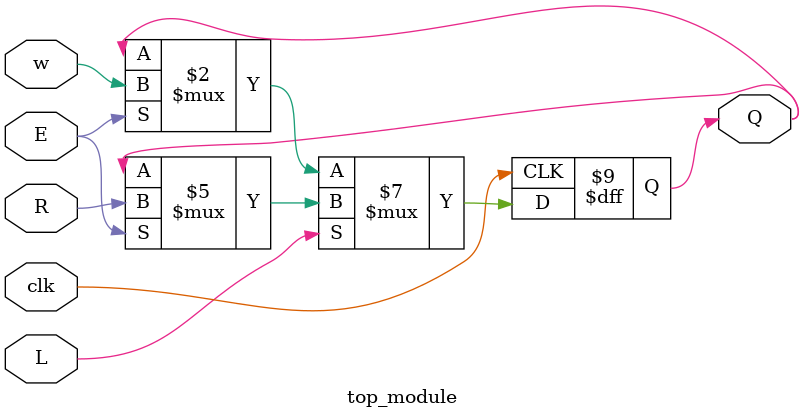
<source format=sv>
module top_module (
	input clk,
	input w,
	input R,
	input E,
	input L,
	output reg Q
);

always @(posedge clk) begin
	if (L) begin
		if (E) begin
			Q <= R;
		end
    end
	else begin
		if (E) begin
			Q <= w;
		end
    end
end

endmodule

</source>
